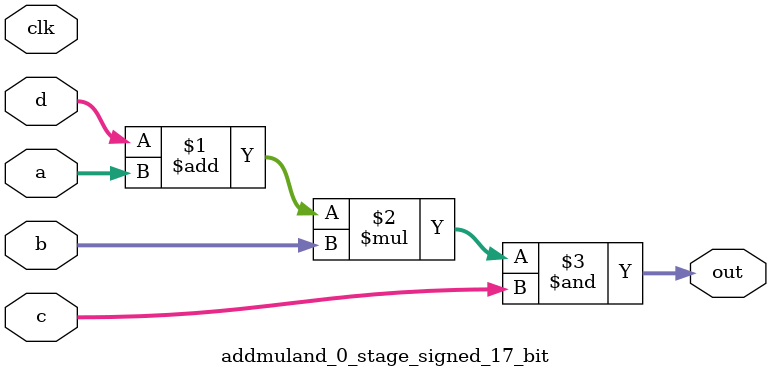
<source format=sv>
(* use_dsp = "yes" *) module addmuland_0_stage_signed_17_bit(
	input signed [16:0] a,
	input signed [16:0] b,
	input signed [16:0] c,
	input signed [16:0] d,
	output [16:0] out,
	input clk);

	assign out = ((d + a) * b) & c;
endmodule

</source>
